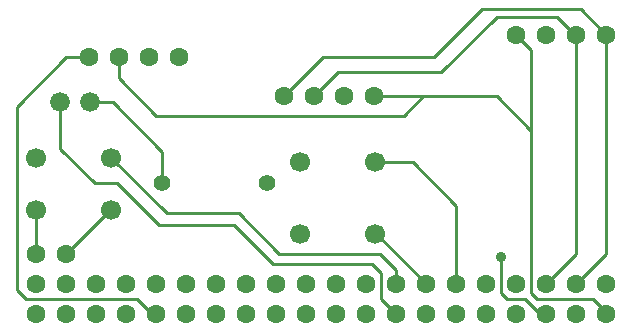
<source format=gtl>
G04 (created by PCBNEW (22-Jun-2014 BZR 4027)-stable) date Wed 17 Feb 2016 21:07:16 GMT*
%MOIN*%
G04 Gerber Fmt 3.4, Leading zero omitted, Abs format*
%FSLAX34Y34*%
G01*
G70*
G90*
G04 APERTURE LIST*
%ADD10C,0.00590551*%
%ADD11C,0.0629921*%
%ADD12C,0.0669291*%
%ADD13C,0.066*%
%ADD14C,0.055*%
%ADD15C,0.035*%
%ADD16C,0.01*%
G04 APERTURE END LIST*
G54D10*
G54D11*
X94050Y-39550D03*
X95050Y-39550D03*
X93050Y-39550D03*
X96050Y-39550D03*
X86300Y-41600D03*
X87300Y-41600D03*
X85300Y-41600D03*
X88300Y-41600D03*
X80800Y-40300D03*
X79800Y-40300D03*
X81800Y-40300D03*
X78800Y-40300D03*
G54D12*
X85850Y-46200D03*
X88350Y-46200D03*
X77050Y-43650D03*
X79550Y-43650D03*
X85850Y-43800D03*
X88350Y-43800D03*
X77050Y-45400D03*
X79550Y-45400D03*
G54D11*
X77050Y-48850D03*
X77050Y-47850D03*
X78050Y-48850D03*
X78050Y-47850D03*
X79050Y-48850D03*
X79050Y-47850D03*
X80050Y-48850D03*
X80050Y-47850D03*
X81050Y-48850D03*
X81050Y-47850D03*
X82050Y-48850D03*
X82050Y-47850D03*
X83050Y-48850D03*
X83050Y-47850D03*
X84050Y-48850D03*
X84050Y-47850D03*
X85050Y-48850D03*
X85050Y-47850D03*
X86050Y-48850D03*
X86050Y-47850D03*
X87050Y-48850D03*
X87050Y-47850D03*
X88050Y-48850D03*
X88050Y-47850D03*
X89050Y-48850D03*
X89050Y-47850D03*
X90050Y-48850D03*
X90050Y-47850D03*
X91050Y-48850D03*
X91050Y-47850D03*
X92050Y-48850D03*
X92050Y-47850D03*
X93050Y-48850D03*
X93050Y-47850D03*
X94050Y-48850D03*
X94050Y-47850D03*
X95050Y-48850D03*
X95050Y-47850D03*
X96050Y-48850D03*
X96050Y-47850D03*
X77050Y-46850D03*
X78050Y-46850D03*
G54D13*
X77850Y-41800D03*
X78850Y-41800D03*
G54D14*
X84750Y-44500D03*
X81250Y-44500D03*
G54D15*
X92550Y-46950D03*
G54D16*
X88350Y-46200D02*
X88400Y-46200D01*
X88400Y-46200D02*
X90050Y-47850D01*
X79550Y-45400D02*
X79500Y-45400D01*
X79500Y-45400D02*
X78050Y-46850D01*
X81050Y-48850D02*
X80900Y-48850D01*
X78050Y-40300D02*
X78800Y-40300D01*
X76400Y-41950D02*
X78050Y-40300D01*
X76400Y-48050D02*
X76400Y-41950D01*
X76700Y-48350D02*
X76400Y-48050D01*
X80400Y-48350D02*
X76700Y-48350D01*
X80900Y-48850D02*
X80400Y-48350D01*
X77050Y-45400D02*
X77050Y-46850D01*
X95050Y-39550D02*
X95000Y-39550D01*
X87100Y-40800D02*
X86300Y-41600D01*
X90550Y-40800D02*
X87100Y-40800D01*
X92400Y-38950D02*
X90550Y-40800D01*
X94400Y-38950D02*
X92400Y-38950D01*
X95000Y-39550D02*
X94400Y-38950D01*
X95050Y-39550D02*
X95050Y-46850D01*
X95050Y-46850D02*
X94050Y-47850D01*
X77850Y-41800D02*
X77850Y-43350D01*
X88550Y-48350D02*
X89050Y-48850D01*
X88550Y-47500D02*
X88550Y-48350D01*
X88250Y-47200D02*
X88550Y-47500D01*
X84950Y-47200D02*
X88250Y-47200D01*
X83650Y-45900D02*
X84950Y-47200D01*
X81150Y-45900D02*
X83650Y-45900D01*
X79750Y-44500D02*
X81150Y-45900D01*
X79000Y-44500D02*
X79750Y-44500D01*
X77850Y-43350D02*
X79000Y-44500D01*
X89050Y-47850D02*
X89050Y-47400D01*
X81400Y-45500D02*
X79550Y-43650D01*
X83800Y-45500D02*
X81400Y-45500D01*
X85150Y-46850D02*
X83800Y-45500D01*
X88500Y-46850D02*
X85150Y-46850D01*
X89050Y-47400D02*
X88500Y-46850D01*
X85300Y-41600D02*
X86600Y-40300D01*
X95200Y-38700D02*
X96050Y-39550D01*
X91900Y-38700D02*
X95200Y-38700D01*
X90300Y-40300D02*
X91900Y-38700D01*
X86600Y-40300D02*
X90300Y-40300D01*
X96050Y-39550D02*
X96050Y-46850D01*
X96050Y-46850D02*
X95050Y-47850D01*
X94050Y-48850D02*
X93850Y-48850D01*
X92550Y-48150D02*
X92550Y-46950D01*
X92750Y-48350D02*
X92550Y-48150D01*
X93350Y-48350D02*
X92750Y-48350D01*
X93850Y-48850D02*
X93350Y-48350D01*
X88350Y-43800D02*
X89600Y-43800D01*
X91050Y-45250D02*
X91050Y-47850D01*
X89600Y-43800D02*
X91050Y-45250D01*
X79800Y-40300D02*
X79800Y-41000D01*
X89300Y-42250D02*
X89950Y-41600D01*
X81050Y-42250D02*
X89300Y-42250D01*
X79800Y-41000D02*
X81050Y-42250D01*
X88300Y-41600D02*
X89950Y-41600D01*
X89950Y-41600D02*
X92400Y-41600D01*
X92400Y-41600D02*
X93550Y-42750D01*
X96050Y-48850D02*
X96050Y-48800D01*
X93550Y-40050D02*
X93050Y-39550D01*
X93550Y-48150D02*
X93550Y-44050D01*
X93550Y-44050D02*
X93550Y-42750D01*
X93550Y-42750D02*
X93550Y-40050D01*
X93750Y-48350D02*
X93550Y-48150D01*
X95600Y-48350D02*
X93750Y-48350D01*
X96050Y-48800D02*
X95600Y-48350D01*
X78850Y-41800D02*
X79600Y-41800D01*
X81250Y-43450D02*
X81250Y-44500D01*
X79600Y-41800D02*
X81250Y-43450D01*
M02*

</source>
